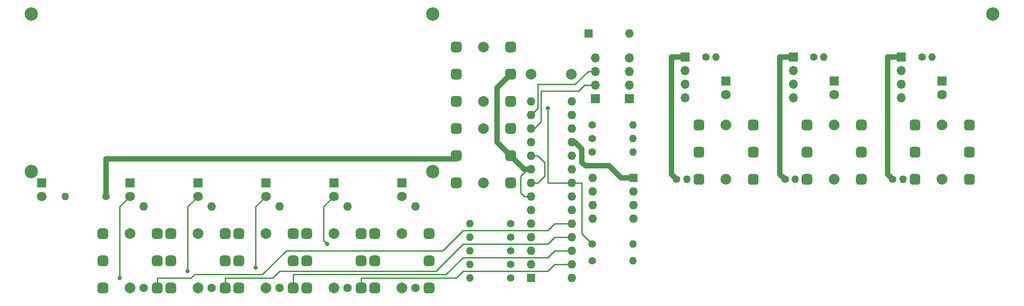
<source format=gbr>
%TF.GenerationSoftware,KiCad,Pcbnew,(5.1.9)-1*%
%TF.CreationDate,2021-06-09T10:26:03+02:00*%
%TF.ProjectId,Frontplatte,46726f6e-7470-46c6-9174-74652e6b6963,rev?*%
%TF.SameCoordinates,Original*%
%TF.FileFunction,Copper,L1,Top*%
%TF.FilePolarity,Positive*%
%FSLAX46Y46*%
G04 Gerber Fmt 4.6, Leading zero omitted, Abs format (unit mm)*
G04 Created by KiCad (PCBNEW (5.1.9)-1) date 2021-06-09 10:26:03*
%MOMM*%
%LPD*%
G01*
G04 APERTURE LIST*
%TA.AperFunction,ComponentPad*%
%ADD10O,1.600000X1.600000*%
%TD*%
%TA.AperFunction,ComponentPad*%
%ADD11C,1.600000*%
%TD*%
%TA.AperFunction,ComponentPad*%
%ADD12O,1.400000X1.400000*%
%TD*%
%TA.AperFunction,ComponentPad*%
%ADD13C,1.400000*%
%TD*%
%TA.AperFunction,ComponentPad*%
%ADD14R,1.700000X1.700000*%
%TD*%
%TA.AperFunction,ComponentPad*%
%ADD15O,1.700000X1.700000*%
%TD*%
%TA.AperFunction,ComponentPad*%
%ADD16R,1.600000X1.600000*%
%TD*%
%TA.AperFunction,ComponentPad*%
%ADD17C,2.000000*%
%TD*%
%TA.AperFunction,ComponentPad*%
%ADD18C,1.800000*%
%TD*%
%TA.AperFunction,ComponentPad*%
%ADD19R,1.800000X1.800000*%
%TD*%
%TA.AperFunction,ViaPad*%
%ADD20C,2.500000*%
%TD*%
%TA.AperFunction,ViaPad*%
%ADD21C,0.800000*%
%TD*%
%TA.AperFunction,Conductor*%
%ADD22C,0.250000*%
%TD*%
%TA.AperFunction,Conductor*%
%ADD23C,1.000000*%
%TD*%
G04 APERTURE END LIST*
D10*
%TO.P,R10,2*%
%TO.N,Net-(C1-Pad2)*%
X124460000Y-83820000D03*
D11*
%TO.P,R10,1*%
%TO.N,Net-(R10-Pad1)*%
X124460000Y-99060000D03*
%TD*%
D10*
%TO.P,R8,2*%
%TO.N,Net-(C1-Pad2)*%
X111760000Y-83820000D03*
D11*
%TO.P,R8,1*%
%TO.N,Net-(R8-Pad1)*%
X111760000Y-99060000D03*
%TD*%
D10*
%TO.P,R6,2*%
%TO.N,Net-(C1-Pad2)*%
X99060000Y-83820000D03*
D11*
%TO.P,R6,1*%
%TO.N,Net-(R6-Pad1)*%
X99060000Y-99060000D03*
%TD*%
D10*
%TO.P,R4,2*%
%TO.N,Net-(C1-Pad2)*%
X86360000Y-83820000D03*
D11*
%TO.P,R4,1*%
%TO.N,Net-(R4-Pad1)*%
X86360000Y-99060000D03*
%TD*%
D10*
%TO.P,R2,2*%
%TO.N,Net-(C1-Pad2)*%
X73660000Y-83820000D03*
D11*
%TO.P,R2,1*%
%TO.N,Net-(R2-Pad1)*%
X73660000Y-99060000D03*
%TD*%
D12*
%TO.P,R18,2*%
%TO.N,Net-(J5-Pad2)*%
X215537500Y-78740000D03*
D13*
%TO.P,R18,1*%
%TO.N,Net-(J5-Pad1)*%
X213637500Y-78740000D03*
%TD*%
%TO.P,R16,1*%
%TO.N,Net-(J4-Pad1)*%
X193524500Y-78740000D03*
D12*
%TO.P,R16,2*%
%TO.N,Net-(J4-Pad2)*%
X195424500Y-78740000D03*
%TD*%
%TO.P,R14,2*%
%TO.N,Net-(J3-Pad2)*%
X175151500Y-78740000D03*
D13*
%TO.P,R14,1*%
%TO.N,Net-(J3-Pad1)*%
X173251500Y-78740000D03*
%TD*%
D12*
%TO.P,R22,2*%
%TO.N,Net-(C1-Pad2)*%
X165100000Y-68580000D03*
D13*
%TO.P,R22,1*%
%TO.N,Net-(R22-Pad1)*%
X157480000Y-68580000D03*
%TD*%
D12*
%TO.P,R21,2*%
%TO.N,Net-(C1-Pad2)*%
X165100000Y-71120000D03*
D13*
%TO.P,R21,1*%
%TO.N,Net-(R21-Pad1)*%
X157480000Y-71120000D03*
%TD*%
D12*
%TO.P,R20,2*%
%TO.N,Net-(C1-Pad2)*%
X165100000Y-73660000D03*
D13*
%TO.P,R20,1*%
%TO.N,Net-(R20-Pad1)*%
X157480000Y-73660000D03*
%TD*%
D12*
%TO.P,R13,2*%
%TO.N,Net-(C1-Pad2)*%
X165100000Y-90805000D03*
D13*
%TO.P,R13,1*%
%TO.N,Net-(R13-Pad1)*%
X157480000Y-90805000D03*
%TD*%
D12*
%TO.P,R12,2*%
%TO.N,Net-(C1-Pad2)*%
X165100000Y-93980000D03*
D13*
%TO.P,R12,1*%
%TO.N,Net-(R12-Pad1)*%
X157480000Y-93980000D03*
%TD*%
D14*
%TO.P,J4,1*%
%TO.N,Net-(J4-Pad1)*%
X195072000Y-55880000D03*
D15*
%TO.P,J4,2*%
%TO.N,Net-(J4-Pad2)*%
X195072000Y-58420000D03*
%TO.P,J4,3*%
%TO.N,Net-(D8-Pad2)*%
X195072000Y-60960000D03*
%TO.P,J4,4*%
%TO.N,Net-(J4-Pad4)*%
X195072000Y-63500000D03*
%TD*%
D12*
%TO.P,R19,2*%
%TO.N,Net-(D9-Pad1)*%
X220980000Y-55880000D03*
D13*
%TO.P,R19,1*%
%TO.N,Net-(J5-Pad1)*%
X219080000Y-55880000D03*
%TD*%
%TO.P,R17,1*%
%TO.N,Net-(J4-Pad1)*%
X198887000Y-55880000D03*
D12*
%TO.P,R17,2*%
%TO.N,Net-(D8-Pad1)*%
X200787000Y-55880000D03*
%TD*%
%TO.P,R15,2*%
%TO.N,Net-(D7-Pad1)*%
X180594000Y-55880000D03*
D13*
%TO.P,R15,1*%
%TO.N,Net-(J3-Pad1)*%
X178694000Y-55880000D03*
%TD*%
D12*
%TO.P,R11,2*%
%TO.N,Net-(D6-Pad2)*%
X134620000Y-86995000D03*
D13*
%TO.P,R11,1*%
%TO.N,Net-(R11-Pad1)*%
X142240000Y-86995000D03*
%TD*%
D12*
%TO.P,R9,2*%
%TO.N,Net-(D5-Pad2)*%
X134620000Y-89535000D03*
D13*
%TO.P,R9,1*%
%TO.N,Net-(R9-Pad1)*%
X142240000Y-89535000D03*
%TD*%
D12*
%TO.P,R7,2*%
%TO.N,Net-(D4-Pad2)*%
X134620000Y-92075000D03*
D13*
%TO.P,R7,1*%
%TO.N,Net-(R7-Pad1)*%
X142240000Y-92075000D03*
%TD*%
D12*
%TO.P,R5,2*%
%TO.N,Net-(D3-Pad2)*%
X134620000Y-94615000D03*
D13*
%TO.P,R5,1*%
%TO.N,Net-(R5-Pad1)*%
X142240000Y-94615000D03*
%TD*%
D12*
%TO.P,R3,2*%
%TO.N,Net-(D2-Pad2)*%
X134620000Y-97155000D03*
D13*
%TO.P,R3,1*%
%TO.N,Net-(R3-Pad1)*%
X142240000Y-97155000D03*
%TD*%
D12*
%TO.P,R1,2*%
%TO.N,Net-(D1-Pad2)*%
X59055000Y-81915000D03*
D13*
%TO.P,R1,1*%
%TO.N,Net-(C1-Pad1)*%
X66675000Y-81915000D03*
%TD*%
D16*
%TO.P,D10,1*%
%TO.N,Net-(C1-Pad1)*%
X156845000Y-51435000D03*
D10*
%TO.P,D10,2*%
%TO.N,Net-(D10-Pad2)*%
X164465000Y-51435000D03*
%TD*%
%TO.P,S10,1a*%
%TO.N,N/C*%
%TA.AperFunction,ComponentPad*%
G36*
G01*
X216805000Y-69080000D02*
X216805000Y-68080000D01*
G75*
G02*
X217305000Y-67580000I500000J0D01*
G01*
X218305000Y-67580000D01*
G75*
G02*
X218805000Y-68080000I0J-500000D01*
G01*
X218805000Y-69080000D01*
G75*
G02*
X218305000Y-69580000I-500000J0D01*
G01*
X217305000Y-69580000D01*
G75*
G02*
X216805000Y-69080000I0J500000D01*
G01*
G37*
%TD.AperFunction*%
%TO.P,S10,2a*%
%TO.N,Net-(J5-Pad4)*%
%TA.AperFunction,ComponentPad*%
G36*
G01*
X216805000Y-74160000D02*
X216805000Y-73160000D01*
G75*
G02*
X217305000Y-72660000I500000J0D01*
G01*
X218305000Y-72660000D01*
G75*
G02*
X218805000Y-73160000I0J-500000D01*
G01*
X218805000Y-74160000D01*
G75*
G02*
X218305000Y-74660000I-500000J0D01*
G01*
X217305000Y-74660000D01*
G75*
G02*
X216805000Y-74160000I0J500000D01*
G01*
G37*
%TD.AperFunction*%
%TO.P,S10,3a*%
%TO.N,Net-(J5-Pad2)*%
%TA.AperFunction,ComponentPad*%
G36*
G01*
X216805000Y-79240000D02*
X216805000Y-78240000D01*
G75*
G02*
X217305000Y-77740000I500000J0D01*
G01*
X218305000Y-77740000D01*
G75*
G02*
X218805000Y-78240000I0J-500000D01*
G01*
X218805000Y-79240000D01*
G75*
G02*
X218305000Y-79740000I-500000J0D01*
G01*
X217305000Y-79740000D01*
G75*
G02*
X216805000Y-79240000I0J500000D01*
G01*
G37*
%TD.AperFunction*%
%TO.P,S10,1b*%
%TO.N,N/C*%
%TA.AperFunction,ComponentPad*%
G36*
G01*
X226965000Y-69080000D02*
X226965000Y-68080000D01*
G75*
G02*
X227465000Y-67580000I500000J0D01*
G01*
X228465000Y-67580000D01*
G75*
G02*
X228965000Y-68080000I0J-500000D01*
G01*
X228965000Y-69080000D01*
G75*
G02*
X228465000Y-69580000I-500000J0D01*
G01*
X227465000Y-69580000D01*
G75*
G02*
X226965000Y-69080000I0J500000D01*
G01*
G37*
%TD.AperFunction*%
%TO.P,S10,2b*%
%TO.N,Net-(J5-Pad4)*%
%TA.AperFunction,ComponentPad*%
G36*
G01*
X226965000Y-74160000D02*
X226965000Y-73160000D01*
G75*
G02*
X227465000Y-72660000I500000J0D01*
G01*
X228465000Y-72660000D01*
G75*
G02*
X228965000Y-73160000I0J-500000D01*
G01*
X228965000Y-74160000D01*
G75*
G02*
X228465000Y-74660000I-500000J0D01*
G01*
X227465000Y-74660000D01*
G75*
G02*
X226965000Y-74160000I0J500000D01*
G01*
G37*
%TD.AperFunction*%
%TO.P,S10,3b*%
%TO.N,Net-(J5-Pad2)*%
%TA.AperFunction,ComponentPad*%
G36*
G01*
X226965000Y-79240000D02*
X226965000Y-78240000D01*
G75*
G02*
X227465000Y-77740000I500000J0D01*
G01*
X228465000Y-77740000D01*
G75*
G02*
X228965000Y-78240000I0J-500000D01*
G01*
X228965000Y-79240000D01*
G75*
G02*
X228465000Y-79740000I-500000J0D01*
G01*
X227465000Y-79740000D01*
G75*
G02*
X226965000Y-79240000I0J500000D01*
G01*
G37*
%TD.AperFunction*%
D17*
%TO.P,S10,x*%
%TO.N,N/C*%
X222885000Y-68580000D03*
%TO.P,S10,y*%
X222885000Y-78740000D03*
%TD*%
D16*
%TO.P,SW1,1*%
%TO.N,Net-(C1-Pad1)*%
X165227000Y-78486000D03*
D10*
%TO.P,SW1,5*%
%TO.N,N/C*%
X157607000Y-86106000D03*
%TO.P,SW1,2*%
%TO.N,Net-(C1-Pad1)*%
X165227000Y-81026000D03*
%TO.P,SW1,6*%
%TO.N,Net-(R22-Pad1)*%
X157607000Y-83566000D03*
%TO.P,SW1,3*%
%TO.N,Net-(C1-Pad1)*%
X165227000Y-83566000D03*
%TO.P,SW1,7*%
%TO.N,Net-(R21-Pad1)*%
X157607000Y-81026000D03*
%TO.P,SW1,4*%
%TO.N,N/C*%
X165227000Y-86106000D03*
%TO.P,SW1,8*%
%TO.N,Net-(R20-Pad1)*%
X157607000Y-78486000D03*
%TD*%
D17*
%TO.P,C1,1*%
%TO.N,Net-(C1-Pad1)*%
X153550000Y-59055000D03*
%TO.P,C1,2*%
%TO.N,Net-(C1-Pad2)*%
X146050000Y-59055000D03*
%TD*%
%TO.P,S9,y*%
%TO.N,N/C*%
X202692000Y-78740000D03*
%TO.P,S9,x*%
X202692000Y-68580000D03*
%TO.P,S9,3b*%
%TO.N,Net-(J4-Pad2)*%
%TA.AperFunction,ComponentPad*%
G36*
G01*
X206772000Y-79240000D02*
X206772000Y-78240000D01*
G75*
G02*
X207272000Y-77740000I500000J0D01*
G01*
X208272000Y-77740000D01*
G75*
G02*
X208772000Y-78240000I0J-500000D01*
G01*
X208772000Y-79240000D01*
G75*
G02*
X208272000Y-79740000I-500000J0D01*
G01*
X207272000Y-79740000D01*
G75*
G02*
X206772000Y-79240000I0J500000D01*
G01*
G37*
%TD.AperFunction*%
%TO.P,S9,2b*%
%TO.N,Net-(J4-Pad4)*%
%TA.AperFunction,ComponentPad*%
G36*
G01*
X206772000Y-74160000D02*
X206772000Y-73160000D01*
G75*
G02*
X207272000Y-72660000I500000J0D01*
G01*
X208272000Y-72660000D01*
G75*
G02*
X208772000Y-73160000I0J-500000D01*
G01*
X208772000Y-74160000D01*
G75*
G02*
X208272000Y-74660000I-500000J0D01*
G01*
X207272000Y-74660000D01*
G75*
G02*
X206772000Y-74160000I0J500000D01*
G01*
G37*
%TD.AperFunction*%
%TO.P,S9,1b*%
%TO.N,N/C*%
%TA.AperFunction,ComponentPad*%
G36*
G01*
X206772000Y-69080000D02*
X206772000Y-68080000D01*
G75*
G02*
X207272000Y-67580000I500000J0D01*
G01*
X208272000Y-67580000D01*
G75*
G02*
X208772000Y-68080000I0J-500000D01*
G01*
X208772000Y-69080000D01*
G75*
G02*
X208272000Y-69580000I-500000J0D01*
G01*
X207272000Y-69580000D01*
G75*
G02*
X206772000Y-69080000I0J500000D01*
G01*
G37*
%TD.AperFunction*%
%TO.P,S9,3a*%
%TO.N,Net-(J4-Pad2)*%
%TA.AperFunction,ComponentPad*%
G36*
G01*
X196612000Y-79240000D02*
X196612000Y-78240000D01*
G75*
G02*
X197112000Y-77740000I500000J0D01*
G01*
X198112000Y-77740000D01*
G75*
G02*
X198612000Y-78240000I0J-500000D01*
G01*
X198612000Y-79240000D01*
G75*
G02*
X198112000Y-79740000I-500000J0D01*
G01*
X197112000Y-79740000D01*
G75*
G02*
X196612000Y-79240000I0J500000D01*
G01*
G37*
%TD.AperFunction*%
%TO.P,S9,2a*%
%TO.N,Net-(J4-Pad4)*%
%TA.AperFunction,ComponentPad*%
G36*
G01*
X196612000Y-74160000D02*
X196612000Y-73160000D01*
G75*
G02*
X197112000Y-72660000I500000J0D01*
G01*
X198112000Y-72660000D01*
G75*
G02*
X198612000Y-73160000I0J-500000D01*
G01*
X198612000Y-74160000D01*
G75*
G02*
X198112000Y-74660000I-500000J0D01*
G01*
X197112000Y-74660000D01*
G75*
G02*
X196612000Y-74160000I0J500000D01*
G01*
G37*
%TD.AperFunction*%
%TO.P,S9,1a*%
%TO.N,N/C*%
%TA.AperFunction,ComponentPad*%
G36*
G01*
X196612000Y-69080000D02*
X196612000Y-68080000D01*
G75*
G02*
X197112000Y-67580000I500000J0D01*
G01*
X198112000Y-67580000D01*
G75*
G02*
X198612000Y-68080000I0J-500000D01*
G01*
X198612000Y-69080000D01*
G75*
G02*
X198112000Y-69580000I-500000J0D01*
G01*
X197112000Y-69580000D01*
G75*
G02*
X196612000Y-69080000I0J500000D01*
G01*
G37*
%TD.AperFunction*%
%TD*%
%TO.P,S8,1a*%
%TO.N,N/C*%
%TA.AperFunction,ComponentPad*%
G36*
G01*
X176419000Y-69080000D02*
X176419000Y-68080000D01*
G75*
G02*
X176919000Y-67580000I500000J0D01*
G01*
X177919000Y-67580000D01*
G75*
G02*
X178419000Y-68080000I0J-500000D01*
G01*
X178419000Y-69080000D01*
G75*
G02*
X177919000Y-69580000I-500000J0D01*
G01*
X176919000Y-69580000D01*
G75*
G02*
X176419000Y-69080000I0J500000D01*
G01*
G37*
%TD.AperFunction*%
%TO.P,S8,2a*%
%TO.N,Net-(J3-Pad4)*%
%TA.AperFunction,ComponentPad*%
G36*
G01*
X176419000Y-74160000D02*
X176419000Y-73160000D01*
G75*
G02*
X176919000Y-72660000I500000J0D01*
G01*
X177919000Y-72660000D01*
G75*
G02*
X178419000Y-73160000I0J-500000D01*
G01*
X178419000Y-74160000D01*
G75*
G02*
X177919000Y-74660000I-500000J0D01*
G01*
X176919000Y-74660000D01*
G75*
G02*
X176419000Y-74160000I0J500000D01*
G01*
G37*
%TD.AperFunction*%
%TO.P,S8,3a*%
%TO.N,Net-(J3-Pad2)*%
%TA.AperFunction,ComponentPad*%
G36*
G01*
X176419000Y-79240000D02*
X176419000Y-78240000D01*
G75*
G02*
X176919000Y-77740000I500000J0D01*
G01*
X177919000Y-77740000D01*
G75*
G02*
X178419000Y-78240000I0J-500000D01*
G01*
X178419000Y-79240000D01*
G75*
G02*
X177919000Y-79740000I-500000J0D01*
G01*
X176919000Y-79740000D01*
G75*
G02*
X176419000Y-79240000I0J500000D01*
G01*
G37*
%TD.AperFunction*%
%TO.P,S8,1b*%
%TO.N,N/C*%
%TA.AperFunction,ComponentPad*%
G36*
G01*
X186579000Y-69080000D02*
X186579000Y-68080000D01*
G75*
G02*
X187079000Y-67580000I500000J0D01*
G01*
X188079000Y-67580000D01*
G75*
G02*
X188579000Y-68080000I0J-500000D01*
G01*
X188579000Y-69080000D01*
G75*
G02*
X188079000Y-69580000I-500000J0D01*
G01*
X187079000Y-69580000D01*
G75*
G02*
X186579000Y-69080000I0J500000D01*
G01*
G37*
%TD.AperFunction*%
%TO.P,S8,2b*%
%TO.N,Net-(J3-Pad4)*%
%TA.AperFunction,ComponentPad*%
G36*
G01*
X186579000Y-74160000D02*
X186579000Y-73160000D01*
G75*
G02*
X187079000Y-72660000I500000J0D01*
G01*
X188079000Y-72660000D01*
G75*
G02*
X188579000Y-73160000I0J-500000D01*
G01*
X188579000Y-74160000D01*
G75*
G02*
X188079000Y-74660000I-500000J0D01*
G01*
X187079000Y-74660000D01*
G75*
G02*
X186579000Y-74160000I0J500000D01*
G01*
G37*
%TD.AperFunction*%
%TO.P,S8,3b*%
%TO.N,Net-(J3-Pad2)*%
%TA.AperFunction,ComponentPad*%
G36*
G01*
X186579000Y-79240000D02*
X186579000Y-78240000D01*
G75*
G02*
X187079000Y-77740000I500000J0D01*
G01*
X188079000Y-77740000D01*
G75*
G02*
X188579000Y-78240000I0J-500000D01*
G01*
X188579000Y-79240000D01*
G75*
G02*
X188079000Y-79740000I-500000J0D01*
G01*
X187079000Y-79740000D01*
G75*
G02*
X186579000Y-79240000I0J500000D01*
G01*
G37*
%TD.AperFunction*%
%TO.P,S8,x*%
%TO.N,N/C*%
X182499000Y-68580000D03*
%TO.P,S8,y*%
X182499000Y-78740000D03*
%TD*%
D15*
%TO.P,J5,4*%
%TO.N,Net-(J5-Pad4)*%
X215265000Y-63500000D03*
%TO.P,J5,3*%
%TO.N,Net-(D9-Pad2)*%
X215265000Y-60960000D03*
%TO.P,J5,2*%
%TO.N,Net-(J5-Pad2)*%
X215265000Y-58420000D03*
D14*
%TO.P,J5,1*%
%TO.N,Net-(J5-Pad1)*%
X215265000Y-55880000D03*
%TD*%
D15*
%TO.P,J3,4*%
%TO.N,Net-(J3-Pad4)*%
X174879000Y-63500000D03*
%TO.P,J3,3*%
%TO.N,Net-(D7-Pad2)*%
X174879000Y-60960000D03*
%TO.P,J3,2*%
%TO.N,Net-(J3-Pad2)*%
X174879000Y-58420000D03*
D14*
%TO.P,J3,1*%
%TO.N,Net-(J3-Pad1)*%
X174879000Y-55880000D03*
%TD*%
D18*
%TO.P,D9,2*%
%TO.N,Net-(D9-Pad2)*%
X222885000Y-62865000D03*
D19*
%TO.P,D9,1*%
%TO.N,Net-(D9-Pad1)*%
X222885000Y-60325000D03*
%TD*%
%TO.P,D8,1*%
%TO.N,Net-(D8-Pad1)*%
X202692000Y-60325000D03*
D18*
%TO.P,D8,2*%
%TO.N,Net-(D8-Pad2)*%
X202692000Y-62865000D03*
%TD*%
%TO.P,D7,2*%
%TO.N,Net-(D7-Pad2)*%
X182499000Y-62865000D03*
D19*
%TO.P,D7,1*%
%TO.N,Net-(D7-Pad1)*%
X182499000Y-60325000D03*
%TD*%
D14*
%TO.P,J2,1*%
%TO.N,Net-(C1-Pad2)*%
X164465000Y-63627000D03*
D15*
%TO.P,J2,2*%
%TO.N,Net-(J1-Pad2)*%
X164465000Y-61087000D03*
%TO.P,J2,3*%
%TO.N,Net-(J1-Pad3)*%
X164465000Y-58547000D03*
%TO.P,J2,4*%
%TO.N,Net-(D10-Pad2)*%
X164465000Y-56007000D03*
%TD*%
D14*
%TO.P,J1,1*%
%TO.N,Net-(C1-Pad2)*%
X158115000Y-63627000D03*
D15*
%TO.P,J1,2*%
%TO.N,Net-(J1-Pad2)*%
X158115000Y-61087000D03*
%TO.P,J1,3*%
%TO.N,Net-(J1-Pad3)*%
X158115000Y-58547000D03*
%TO.P,J1,4*%
%TO.N,Net-(C1-Pad1)*%
X158115000Y-56007000D03*
%TD*%
D19*
%TO.P,D6,1*%
%TO.N,Net-(C1-Pad2)*%
X121920000Y-79375000D03*
D18*
%TO.P,D6,2*%
%TO.N,Net-(D6-Pad2)*%
X121920000Y-81915000D03*
%TD*%
D19*
%TO.P,D5,1*%
%TO.N,Net-(C1-Pad2)*%
X109220000Y-79375000D03*
D18*
%TO.P,D5,2*%
%TO.N,Net-(D5-Pad2)*%
X109220000Y-81915000D03*
%TD*%
D19*
%TO.P,D4,1*%
%TO.N,Net-(C1-Pad2)*%
X96520000Y-79375000D03*
D18*
%TO.P,D4,2*%
%TO.N,Net-(D4-Pad2)*%
X96520000Y-81915000D03*
%TD*%
D19*
%TO.P,D3,1*%
%TO.N,Net-(C1-Pad2)*%
X83820000Y-79375000D03*
D18*
%TO.P,D3,2*%
%TO.N,Net-(D3-Pad2)*%
X83820000Y-81915000D03*
%TD*%
D19*
%TO.P,D2,1*%
%TO.N,Net-(C1-Pad2)*%
X71120000Y-79375000D03*
D18*
%TO.P,D2,2*%
%TO.N,Net-(D2-Pad2)*%
X71120000Y-81915000D03*
%TD*%
D19*
%TO.P,D1,1*%
%TO.N,Net-(C1-Pad2)*%
X54610000Y-79375000D03*
D18*
%TO.P,D1,2*%
%TO.N,Net-(D1-Pad2)*%
X54610000Y-81915000D03*
%TD*%
D16*
%TO.P,U1,1*%
%TO.N,Net-(R3-Pad1)*%
X146050000Y-97155000D03*
D10*
%TO.P,U1,15*%
%TO.N,Net-(R22-Pad1)*%
X153670000Y-64135000D03*
%TO.P,U1,2*%
%TO.N,Net-(R5-Pad1)*%
X146050000Y-94615000D03*
%TO.P,U1,16*%
%TO.N,Net-(R21-Pad1)*%
X153670000Y-66675000D03*
%TO.P,U1,3*%
%TO.N,Net-(R7-Pad1)*%
X146050000Y-92075000D03*
%TO.P,U1,17*%
%TO.N,Net-(R20-Pad1)*%
X153670000Y-69215000D03*
%TO.P,U1,4*%
%TO.N,Net-(R9-Pad1)*%
X146050000Y-89535000D03*
%TO.P,U1,18*%
%TO.N,Net-(C1-Pad1)*%
X153670000Y-71755000D03*
%TO.P,U1,5*%
%TO.N,Net-(R11-Pad1)*%
X146050000Y-86995000D03*
%TO.P,U1,19*%
%TO.N,N/C*%
X153670000Y-74295000D03*
%TO.P,U1,6*%
X146050000Y-84455000D03*
%TO.P,U1,20*%
X153670000Y-76835000D03*
%TO.P,U1,7*%
%TO.N,Net-(C1-Pad1)*%
X146050000Y-81915000D03*
%TO.P,U1,21*%
%TO.N,Net-(R13-Pad1)*%
X153670000Y-79375000D03*
%TO.P,U1,8*%
%TO.N,Net-(C1-Pad2)*%
X146050000Y-79375000D03*
%TO.P,U1,22*%
%TO.N,Net-(R12-Pad1)*%
X153670000Y-81915000D03*
%TO.P,U1,9*%
%TO.N,Net-(C1-Pad1)*%
X146050000Y-76835000D03*
%TO.P,U1,23*%
%TO.N,N/C*%
X153670000Y-84455000D03*
%TO.P,U1,10*%
%TO.N,Net-(C1-Pad2)*%
X146050000Y-74295000D03*
%TO.P,U1,24*%
%TO.N,Net-(R2-Pad1)*%
X153670000Y-86995000D03*
%TO.P,U1,11*%
%TO.N,N/C*%
X146050000Y-71755000D03*
%TO.P,U1,25*%
%TO.N,Net-(R4-Pad1)*%
X153670000Y-89535000D03*
%TO.P,U1,12*%
%TO.N,Net-(J1-Pad2)*%
X146050000Y-69215000D03*
%TO.P,U1,26*%
%TO.N,Net-(R6-Pad1)*%
X153670000Y-92075000D03*
%TO.P,U1,13*%
%TO.N,Net-(J1-Pad3)*%
X146050000Y-66675000D03*
%TO.P,U1,27*%
%TO.N,Net-(R8-Pad1)*%
X153670000Y-94615000D03*
%TO.P,U1,14*%
%TO.N,N/C*%
X146050000Y-64135000D03*
%TO.P,U1,28*%
%TO.N,Net-(R10-Pad1)*%
X153670000Y-97155000D03*
%TD*%
%TO.P,S7,1a*%
%TO.N,N/C*%
%TA.AperFunction,ComponentPad*%
G36*
G01*
X131080000Y-54475000D02*
X131080000Y-53475000D01*
G75*
G02*
X131580000Y-52975000I500000J0D01*
G01*
X132580000Y-52975000D01*
G75*
G02*
X133080000Y-53475000I0J-500000D01*
G01*
X133080000Y-54475000D01*
G75*
G02*
X132580000Y-54975000I-500000J0D01*
G01*
X131580000Y-54975000D01*
G75*
G02*
X131080000Y-54475000I0J500000D01*
G01*
G37*
%TD.AperFunction*%
%TO.P,S7,2a*%
%TO.N,Net-(C1-Pad1)*%
%TA.AperFunction,ComponentPad*%
G36*
G01*
X131080000Y-59555000D02*
X131080000Y-58555000D01*
G75*
G02*
X131580000Y-58055000I500000J0D01*
G01*
X132580000Y-58055000D01*
G75*
G02*
X133080000Y-58555000I0J-500000D01*
G01*
X133080000Y-59555000D01*
G75*
G02*
X132580000Y-60055000I-500000J0D01*
G01*
X131580000Y-60055000D01*
G75*
G02*
X131080000Y-59555000I0J500000D01*
G01*
G37*
%TD.AperFunction*%
%TO.P,S7,3a*%
%TO.N,Net-(R13-Pad1)*%
%TA.AperFunction,ComponentPad*%
G36*
G01*
X131080000Y-64635000D02*
X131080000Y-63635000D01*
G75*
G02*
X131580000Y-63135000I500000J0D01*
G01*
X132580000Y-63135000D01*
G75*
G02*
X133080000Y-63635000I0J-500000D01*
G01*
X133080000Y-64635000D01*
G75*
G02*
X132580000Y-65135000I-500000J0D01*
G01*
X131580000Y-65135000D01*
G75*
G02*
X131080000Y-64635000I0J500000D01*
G01*
G37*
%TD.AperFunction*%
%TO.P,S7,1b*%
%TO.N,N/C*%
%TA.AperFunction,ComponentPad*%
G36*
G01*
X141240000Y-54475000D02*
X141240000Y-53475000D01*
G75*
G02*
X141740000Y-52975000I500000J0D01*
G01*
X142740000Y-52975000D01*
G75*
G02*
X143240000Y-53475000I0J-500000D01*
G01*
X143240000Y-54475000D01*
G75*
G02*
X142740000Y-54975000I-500000J0D01*
G01*
X141740000Y-54975000D01*
G75*
G02*
X141240000Y-54475000I0J500000D01*
G01*
G37*
%TD.AperFunction*%
%TO.P,S7,2b*%
%TO.N,Net-(C1-Pad1)*%
%TA.AperFunction,ComponentPad*%
G36*
G01*
X141240000Y-59555000D02*
X141240000Y-58555000D01*
G75*
G02*
X141740000Y-58055000I500000J0D01*
G01*
X142740000Y-58055000D01*
G75*
G02*
X143240000Y-58555000I0J-500000D01*
G01*
X143240000Y-59555000D01*
G75*
G02*
X142740000Y-60055000I-500000J0D01*
G01*
X141740000Y-60055000D01*
G75*
G02*
X141240000Y-59555000I0J500000D01*
G01*
G37*
%TD.AperFunction*%
%TO.P,S7,3b*%
%TO.N,Net-(R13-Pad1)*%
%TA.AperFunction,ComponentPad*%
G36*
G01*
X141240000Y-64635000D02*
X141240000Y-63635000D01*
G75*
G02*
X141740000Y-63135000I500000J0D01*
G01*
X142740000Y-63135000D01*
G75*
G02*
X143240000Y-63635000I0J-500000D01*
G01*
X143240000Y-64635000D01*
G75*
G02*
X142740000Y-65135000I-500000J0D01*
G01*
X141740000Y-65135000D01*
G75*
G02*
X141240000Y-64635000I0J500000D01*
G01*
G37*
%TD.AperFunction*%
D17*
%TO.P,S7,x*%
%TO.N,N/C*%
X137160000Y-53975000D03*
%TO.P,S7,y*%
X137160000Y-64135000D03*
%TD*%
%TO.P,S6,1a*%
%TO.N,N/C*%
%TA.AperFunction,ComponentPad*%
G36*
G01*
X131080000Y-69715000D02*
X131080000Y-68715000D01*
G75*
G02*
X131580000Y-68215000I500000J0D01*
G01*
X132580000Y-68215000D01*
G75*
G02*
X133080000Y-68715000I0J-500000D01*
G01*
X133080000Y-69715000D01*
G75*
G02*
X132580000Y-70215000I-500000J0D01*
G01*
X131580000Y-70215000D01*
G75*
G02*
X131080000Y-69715000I0J500000D01*
G01*
G37*
%TD.AperFunction*%
%TO.P,S6,2a*%
%TO.N,Net-(C1-Pad1)*%
%TA.AperFunction,ComponentPad*%
G36*
G01*
X131080000Y-74795000D02*
X131080000Y-73795000D01*
G75*
G02*
X131580000Y-73295000I500000J0D01*
G01*
X132580000Y-73295000D01*
G75*
G02*
X133080000Y-73795000I0J-500000D01*
G01*
X133080000Y-74795000D01*
G75*
G02*
X132580000Y-75295000I-500000J0D01*
G01*
X131580000Y-75295000D01*
G75*
G02*
X131080000Y-74795000I0J500000D01*
G01*
G37*
%TD.AperFunction*%
%TO.P,S6,3a*%
%TO.N,Net-(R12-Pad1)*%
%TA.AperFunction,ComponentPad*%
G36*
G01*
X131080000Y-79875000D02*
X131080000Y-78875000D01*
G75*
G02*
X131580000Y-78375000I500000J0D01*
G01*
X132580000Y-78375000D01*
G75*
G02*
X133080000Y-78875000I0J-500000D01*
G01*
X133080000Y-79875000D01*
G75*
G02*
X132580000Y-80375000I-500000J0D01*
G01*
X131580000Y-80375000D01*
G75*
G02*
X131080000Y-79875000I0J500000D01*
G01*
G37*
%TD.AperFunction*%
%TO.P,S6,1b*%
%TO.N,N/C*%
%TA.AperFunction,ComponentPad*%
G36*
G01*
X141240000Y-69715000D02*
X141240000Y-68715000D01*
G75*
G02*
X141740000Y-68215000I500000J0D01*
G01*
X142740000Y-68215000D01*
G75*
G02*
X143240000Y-68715000I0J-500000D01*
G01*
X143240000Y-69715000D01*
G75*
G02*
X142740000Y-70215000I-500000J0D01*
G01*
X141740000Y-70215000D01*
G75*
G02*
X141240000Y-69715000I0J500000D01*
G01*
G37*
%TD.AperFunction*%
%TO.P,S6,2b*%
%TO.N,Net-(C1-Pad1)*%
%TA.AperFunction,ComponentPad*%
G36*
G01*
X141240000Y-74795000D02*
X141240000Y-73795000D01*
G75*
G02*
X141740000Y-73295000I500000J0D01*
G01*
X142740000Y-73295000D01*
G75*
G02*
X143240000Y-73795000I0J-500000D01*
G01*
X143240000Y-74795000D01*
G75*
G02*
X142740000Y-75295000I-500000J0D01*
G01*
X141740000Y-75295000D01*
G75*
G02*
X141240000Y-74795000I0J500000D01*
G01*
G37*
%TD.AperFunction*%
%TO.P,S6,3b*%
%TO.N,Net-(R12-Pad1)*%
%TA.AperFunction,ComponentPad*%
G36*
G01*
X141240000Y-79875000D02*
X141240000Y-78875000D01*
G75*
G02*
X141740000Y-78375000I500000J0D01*
G01*
X142740000Y-78375000D01*
G75*
G02*
X143240000Y-78875000I0J-500000D01*
G01*
X143240000Y-79875000D01*
G75*
G02*
X142740000Y-80375000I-500000J0D01*
G01*
X141740000Y-80375000D01*
G75*
G02*
X141240000Y-79875000I0J500000D01*
G01*
G37*
%TD.AperFunction*%
%TO.P,S6,x*%
%TO.N,N/C*%
X137160000Y-69215000D03*
%TO.P,S6,y*%
X137160000Y-79375000D03*
%TD*%
%TO.P,S5,1a*%
%TO.N,N/C*%
%TA.AperFunction,ComponentPad*%
G36*
G01*
X115840000Y-89400000D02*
X115840000Y-88400000D01*
G75*
G02*
X116340000Y-87900000I500000J0D01*
G01*
X117340000Y-87900000D01*
G75*
G02*
X117840000Y-88400000I0J-500000D01*
G01*
X117840000Y-89400000D01*
G75*
G02*
X117340000Y-89900000I-500000J0D01*
G01*
X116340000Y-89900000D01*
G75*
G02*
X115840000Y-89400000I0J500000D01*
G01*
G37*
%TD.AperFunction*%
%TO.P,S5,2a*%
%TO.N,Net-(C1-Pad1)*%
%TA.AperFunction,ComponentPad*%
G36*
G01*
X115840000Y-94480000D02*
X115840000Y-93480000D01*
G75*
G02*
X116340000Y-92980000I500000J0D01*
G01*
X117340000Y-92980000D01*
G75*
G02*
X117840000Y-93480000I0J-500000D01*
G01*
X117840000Y-94480000D01*
G75*
G02*
X117340000Y-94980000I-500000J0D01*
G01*
X116340000Y-94980000D01*
G75*
G02*
X115840000Y-94480000I0J500000D01*
G01*
G37*
%TD.AperFunction*%
%TO.P,S5,3a*%
%TO.N,Net-(R10-Pad1)*%
%TA.AperFunction,ComponentPad*%
G36*
G01*
X115840000Y-99560000D02*
X115840000Y-98560000D01*
G75*
G02*
X116340000Y-98060000I500000J0D01*
G01*
X117340000Y-98060000D01*
G75*
G02*
X117840000Y-98560000I0J-500000D01*
G01*
X117840000Y-99560000D01*
G75*
G02*
X117340000Y-100060000I-500000J0D01*
G01*
X116340000Y-100060000D01*
G75*
G02*
X115840000Y-99560000I0J500000D01*
G01*
G37*
%TD.AperFunction*%
%TO.P,S5,1b*%
%TO.N,N/C*%
%TA.AperFunction,ComponentPad*%
G36*
G01*
X126000000Y-89400000D02*
X126000000Y-88400000D01*
G75*
G02*
X126500000Y-87900000I500000J0D01*
G01*
X127500000Y-87900000D01*
G75*
G02*
X128000000Y-88400000I0J-500000D01*
G01*
X128000000Y-89400000D01*
G75*
G02*
X127500000Y-89900000I-500000J0D01*
G01*
X126500000Y-89900000D01*
G75*
G02*
X126000000Y-89400000I0J500000D01*
G01*
G37*
%TD.AperFunction*%
%TO.P,S5,2b*%
%TO.N,Net-(C1-Pad1)*%
%TA.AperFunction,ComponentPad*%
G36*
G01*
X126000000Y-94480000D02*
X126000000Y-93480000D01*
G75*
G02*
X126500000Y-92980000I500000J0D01*
G01*
X127500000Y-92980000D01*
G75*
G02*
X128000000Y-93480000I0J-500000D01*
G01*
X128000000Y-94480000D01*
G75*
G02*
X127500000Y-94980000I-500000J0D01*
G01*
X126500000Y-94980000D01*
G75*
G02*
X126000000Y-94480000I0J500000D01*
G01*
G37*
%TD.AperFunction*%
%TO.P,S5,3b*%
%TO.N,Net-(R10-Pad1)*%
%TA.AperFunction,ComponentPad*%
G36*
G01*
X126000000Y-99560000D02*
X126000000Y-98560000D01*
G75*
G02*
X126500000Y-98060000I500000J0D01*
G01*
X127500000Y-98060000D01*
G75*
G02*
X128000000Y-98560000I0J-500000D01*
G01*
X128000000Y-99560000D01*
G75*
G02*
X127500000Y-100060000I-500000J0D01*
G01*
X126500000Y-100060000D01*
G75*
G02*
X126000000Y-99560000I0J500000D01*
G01*
G37*
%TD.AperFunction*%
%TO.P,S5,x*%
%TO.N,N/C*%
X121920000Y-88900000D03*
%TO.P,S5,y*%
X121920000Y-99060000D03*
%TD*%
%TO.P,S4,1a*%
%TO.N,N/C*%
%TA.AperFunction,ComponentPad*%
G36*
G01*
X103140000Y-89400000D02*
X103140000Y-88400000D01*
G75*
G02*
X103640000Y-87900000I500000J0D01*
G01*
X104640000Y-87900000D01*
G75*
G02*
X105140000Y-88400000I0J-500000D01*
G01*
X105140000Y-89400000D01*
G75*
G02*
X104640000Y-89900000I-500000J0D01*
G01*
X103640000Y-89900000D01*
G75*
G02*
X103140000Y-89400000I0J500000D01*
G01*
G37*
%TD.AperFunction*%
%TO.P,S4,2a*%
%TO.N,Net-(C1-Pad1)*%
%TA.AperFunction,ComponentPad*%
G36*
G01*
X103140000Y-94480000D02*
X103140000Y-93480000D01*
G75*
G02*
X103640000Y-92980000I500000J0D01*
G01*
X104640000Y-92980000D01*
G75*
G02*
X105140000Y-93480000I0J-500000D01*
G01*
X105140000Y-94480000D01*
G75*
G02*
X104640000Y-94980000I-500000J0D01*
G01*
X103640000Y-94980000D01*
G75*
G02*
X103140000Y-94480000I0J500000D01*
G01*
G37*
%TD.AperFunction*%
%TO.P,S4,3a*%
%TO.N,Net-(R8-Pad1)*%
%TA.AperFunction,ComponentPad*%
G36*
G01*
X103140000Y-99560000D02*
X103140000Y-98560000D01*
G75*
G02*
X103640000Y-98060000I500000J0D01*
G01*
X104640000Y-98060000D01*
G75*
G02*
X105140000Y-98560000I0J-500000D01*
G01*
X105140000Y-99560000D01*
G75*
G02*
X104640000Y-100060000I-500000J0D01*
G01*
X103640000Y-100060000D01*
G75*
G02*
X103140000Y-99560000I0J500000D01*
G01*
G37*
%TD.AperFunction*%
%TO.P,S4,1b*%
%TO.N,N/C*%
%TA.AperFunction,ComponentPad*%
G36*
G01*
X113300000Y-89400000D02*
X113300000Y-88400000D01*
G75*
G02*
X113800000Y-87900000I500000J0D01*
G01*
X114800000Y-87900000D01*
G75*
G02*
X115300000Y-88400000I0J-500000D01*
G01*
X115300000Y-89400000D01*
G75*
G02*
X114800000Y-89900000I-500000J0D01*
G01*
X113800000Y-89900000D01*
G75*
G02*
X113300000Y-89400000I0J500000D01*
G01*
G37*
%TD.AperFunction*%
%TO.P,S4,2b*%
%TO.N,Net-(C1-Pad1)*%
%TA.AperFunction,ComponentPad*%
G36*
G01*
X113300000Y-94480000D02*
X113300000Y-93480000D01*
G75*
G02*
X113800000Y-92980000I500000J0D01*
G01*
X114800000Y-92980000D01*
G75*
G02*
X115300000Y-93480000I0J-500000D01*
G01*
X115300000Y-94480000D01*
G75*
G02*
X114800000Y-94980000I-500000J0D01*
G01*
X113800000Y-94980000D01*
G75*
G02*
X113300000Y-94480000I0J500000D01*
G01*
G37*
%TD.AperFunction*%
%TO.P,S4,3b*%
%TO.N,Net-(R8-Pad1)*%
%TA.AperFunction,ComponentPad*%
G36*
G01*
X113300000Y-99560000D02*
X113300000Y-98560000D01*
G75*
G02*
X113800000Y-98060000I500000J0D01*
G01*
X114800000Y-98060000D01*
G75*
G02*
X115300000Y-98560000I0J-500000D01*
G01*
X115300000Y-99560000D01*
G75*
G02*
X114800000Y-100060000I-500000J0D01*
G01*
X113800000Y-100060000D01*
G75*
G02*
X113300000Y-99560000I0J500000D01*
G01*
G37*
%TD.AperFunction*%
%TO.P,S4,x*%
%TO.N,N/C*%
X109220000Y-88900000D03*
%TO.P,S4,y*%
X109220000Y-99060000D03*
%TD*%
%TO.P,S3,1a*%
%TO.N,N/C*%
%TA.AperFunction,ComponentPad*%
G36*
G01*
X90440000Y-89400000D02*
X90440000Y-88400000D01*
G75*
G02*
X90940000Y-87900000I500000J0D01*
G01*
X91940000Y-87900000D01*
G75*
G02*
X92440000Y-88400000I0J-500000D01*
G01*
X92440000Y-89400000D01*
G75*
G02*
X91940000Y-89900000I-500000J0D01*
G01*
X90940000Y-89900000D01*
G75*
G02*
X90440000Y-89400000I0J500000D01*
G01*
G37*
%TD.AperFunction*%
%TO.P,S3,2a*%
%TO.N,Net-(C1-Pad1)*%
%TA.AperFunction,ComponentPad*%
G36*
G01*
X90440000Y-94480000D02*
X90440000Y-93480000D01*
G75*
G02*
X90940000Y-92980000I500000J0D01*
G01*
X91940000Y-92980000D01*
G75*
G02*
X92440000Y-93480000I0J-500000D01*
G01*
X92440000Y-94480000D01*
G75*
G02*
X91940000Y-94980000I-500000J0D01*
G01*
X90940000Y-94980000D01*
G75*
G02*
X90440000Y-94480000I0J500000D01*
G01*
G37*
%TD.AperFunction*%
%TO.P,S3,3a*%
%TO.N,Net-(R6-Pad1)*%
%TA.AperFunction,ComponentPad*%
G36*
G01*
X90440000Y-99560000D02*
X90440000Y-98560000D01*
G75*
G02*
X90940000Y-98060000I500000J0D01*
G01*
X91940000Y-98060000D01*
G75*
G02*
X92440000Y-98560000I0J-500000D01*
G01*
X92440000Y-99560000D01*
G75*
G02*
X91940000Y-100060000I-500000J0D01*
G01*
X90940000Y-100060000D01*
G75*
G02*
X90440000Y-99560000I0J500000D01*
G01*
G37*
%TD.AperFunction*%
%TO.P,S3,1b*%
%TO.N,N/C*%
%TA.AperFunction,ComponentPad*%
G36*
G01*
X100600000Y-89400000D02*
X100600000Y-88400000D01*
G75*
G02*
X101100000Y-87900000I500000J0D01*
G01*
X102100000Y-87900000D01*
G75*
G02*
X102600000Y-88400000I0J-500000D01*
G01*
X102600000Y-89400000D01*
G75*
G02*
X102100000Y-89900000I-500000J0D01*
G01*
X101100000Y-89900000D01*
G75*
G02*
X100600000Y-89400000I0J500000D01*
G01*
G37*
%TD.AperFunction*%
%TO.P,S3,2b*%
%TO.N,Net-(C1-Pad1)*%
%TA.AperFunction,ComponentPad*%
G36*
G01*
X100600000Y-94480000D02*
X100600000Y-93480000D01*
G75*
G02*
X101100000Y-92980000I500000J0D01*
G01*
X102100000Y-92980000D01*
G75*
G02*
X102600000Y-93480000I0J-500000D01*
G01*
X102600000Y-94480000D01*
G75*
G02*
X102100000Y-94980000I-500000J0D01*
G01*
X101100000Y-94980000D01*
G75*
G02*
X100600000Y-94480000I0J500000D01*
G01*
G37*
%TD.AperFunction*%
%TO.P,S3,3b*%
%TO.N,Net-(R6-Pad1)*%
%TA.AperFunction,ComponentPad*%
G36*
G01*
X100600000Y-99560000D02*
X100600000Y-98560000D01*
G75*
G02*
X101100000Y-98060000I500000J0D01*
G01*
X102100000Y-98060000D01*
G75*
G02*
X102600000Y-98560000I0J-500000D01*
G01*
X102600000Y-99560000D01*
G75*
G02*
X102100000Y-100060000I-500000J0D01*
G01*
X101100000Y-100060000D01*
G75*
G02*
X100600000Y-99560000I0J500000D01*
G01*
G37*
%TD.AperFunction*%
%TO.P,S3,x*%
%TO.N,N/C*%
X96520000Y-88900000D03*
%TO.P,S3,y*%
X96520000Y-99060000D03*
%TD*%
%TO.P,S2,1a*%
%TO.N,N/C*%
%TA.AperFunction,ComponentPad*%
G36*
G01*
X77740000Y-89400000D02*
X77740000Y-88400000D01*
G75*
G02*
X78240000Y-87900000I500000J0D01*
G01*
X79240000Y-87900000D01*
G75*
G02*
X79740000Y-88400000I0J-500000D01*
G01*
X79740000Y-89400000D01*
G75*
G02*
X79240000Y-89900000I-500000J0D01*
G01*
X78240000Y-89900000D01*
G75*
G02*
X77740000Y-89400000I0J500000D01*
G01*
G37*
%TD.AperFunction*%
%TO.P,S2,2a*%
%TO.N,Net-(C1-Pad1)*%
%TA.AperFunction,ComponentPad*%
G36*
G01*
X77740000Y-94480000D02*
X77740000Y-93480000D01*
G75*
G02*
X78240000Y-92980000I500000J0D01*
G01*
X79240000Y-92980000D01*
G75*
G02*
X79740000Y-93480000I0J-500000D01*
G01*
X79740000Y-94480000D01*
G75*
G02*
X79240000Y-94980000I-500000J0D01*
G01*
X78240000Y-94980000D01*
G75*
G02*
X77740000Y-94480000I0J500000D01*
G01*
G37*
%TD.AperFunction*%
%TO.P,S2,3a*%
%TO.N,Net-(R4-Pad1)*%
%TA.AperFunction,ComponentPad*%
G36*
G01*
X77740000Y-99560000D02*
X77740000Y-98560000D01*
G75*
G02*
X78240000Y-98060000I500000J0D01*
G01*
X79240000Y-98060000D01*
G75*
G02*
X79740000Y-98560000I0J-500000D01*
G01*
X79740000Y-99560000D01*
G75*
G02*
X79240000Y-100060000I-500000J0D01*
G01*
X78240000Y-100060000D01*
G75*
G02*
X77740000Y-99560000I0J500000D01*
G01*
G37*
%TD.AperFunction*%
%TO.P,S2,1b*%
%TO.N,N/C*%
%TA.AperFunction,ComponentPad*%
G36*
G01*
X87900000Y-89400000D02*
X87900000Y-88400000D01*
G75*
G02*
X88400000Y-87900000I500000J0D01*
G01*
X89400000Y-87900000D01*
G75*
G02*
X89900000Y-88400000I0J-500000D01*
G01*
X89900000Y-89400000D01*
G75*
G02*
X89400000Y-89900000I-500000J0D01*
G01*
X88400000Y-89900000D01*
G75*
G02*
X87900000Y-89400000I0J500000D01*
G01*
G37*
%TD.AperFunction*%
%TO.P,S2,2b*%
%TO.N,Net-(C1-Pad1)*%
%TA.AperFunction,ComponentPad*%
G36*
G01*
X87900000Y-94480000D02*
X87900000Y-93480000D01*
G75*
G02*
X88400000Y-92980000I500000J0D01*
G01*
X89400000Y-92980000D01*
G75*
G02*
X89900000Y-93480000I0J-500000D01*
G01*
X89900000Y-94480000D01*
G75*
G02*
X89400000Y-94980000I-500000J0D01*
G01*
X88400000Y-94980000D01*
G75*
G02*
X87900000Y-94480000I0J500000D01*
G01*
G37*
%TD.AperFunction*%
%TO.P,S2,3b*%
%TO.N,Net-(R4-Pad1)*%
%TA.AperFunction,ComponentPad*%
G36*
G01*
X87900000Y-99560000D02*
X87900000Y-98560000D01*
G75*
G02*
X88400000Y-98060000I500000J0D01*
G01*
X89400000Y-98060000D01*
G75*
G02*
X89900000Y-98560000I0J-500000D01*
G01*
X89900000Y-99560000D01*
G75*
G02*
X89400000Y-100060000I-500000J0D01*
G01*
X88400000Y-100060000D01*
G75*
G02*
X87900000Y-99560000I0J500000D01*
G01*
G37*
%TD.AperFunction*%
%TO.P,S2,x*%
%TO.N,N/C*%
X83820000Y-88900000D03*
%TO.P,S2,y*%
X83820000Y-99060000D03*
%TD*%
%TO.P,S1,1a*%
%TO.N,N/C*%
%TA.AperFunction,ComponentPad*%
G36*
G01*
X65040000Y-89400000D02*
X65040000Y-88400000D01*
G75*
G02*
X65540000Y-87900000I500000J0D01*
G01*
X66540000Y-87900000D01*
G75*
G02*
X67040000Y-88400000I0J-500000D01*
G01*
X67040000Y-89400000D01*
G75*
G02*
X66540000Y-89900000I-500000J0D01*
G01*
X65540000Y-89900000D01*
G75*
G02*
X65040000Y-89400000I0J500000D01*
G01*
G37*
%TD.AperFunction*%
%TO.P,S1,2a*%
%TO.N,Net-(C1-Pad1)*%
%TA.AperFunction,ComponentPad*%
G36*
G01*
X65040000Y-94480000D02*
X65040000Y-93480000D01*
G75*
G02*
X65540000Y-92980000I500000J0D01*
G01*
X66540000Y-92980000D01*
G75*
G02*
X67040000Y-93480000I0J-500000D01*
G01*
X67040000Y-94480000D01*
G75*
G02*
X66540000Y-94980000I-500000J0D01*
G01*
X65540000Y-94980000D01*
G75*
G02*
X65040000Y-94480000I0J500000D01*
G01*
G37*
%TD.AperFunction*%
%TO.P,S1,3a*%
%TO.N,Net-(R2-Pad1)*%
%TA.AperFunction,ComponentPad*%
G36*
G01*
X65040000Y-99560000D02*
X65040000Y-98560000D01*
G75*
G02*
X65540000Y-98060000I500000J0D01*
G01*
X66540000Y-98060000D01*
G75*
G02*
X67040000Y-98560000I0J-500000D01*
G01*
X67040000Y-99560000D01*
G75*
G02*
X66540000Y-100060000I-500000J0D01*
G01*
X65540000Y-100060000D01*
G75*
G02*
X65040000Y-99560000I0J500000D01*
G01*
G37*
%TD.AperFunction*%
%TO.P,S1,1b*%
%TO.N,N/C*%
%TA.AperFunction,ComponentPad*%
G36*
G01*
X75200000Y-89400000D02*
X75200000Y-88400000D01*
G75*
G02*
X75700000Y-87900000I500000J0D01*
G01*
X76700000Y-87900000D01*
G75*
G02*
X77200000Y-88400000I0J-500000D01*
G01*
X77200000Y-89400000D01*
G75*
G02*
X76700000Y-89900000I-500000J0D01*
G01*
X75700000Y-89900000D01*
G75*
G02*
X75200000Y-89400000I0J500000D01*
G01*
G37*
%TD.AperFunction*%
%TO.P,S1,2b*%
%TO.N,Net-(C1-Pad1)*%
%TA.AperFunction,ComponentPad*%
G36*
G01*
X75200000Y-94480000D02*
X75200000Y-93480000D01*
G75*
G02*
X75700000Y-92980000I500000J0D01*
G01*
X76700000Y-92980000D01*
G75*
G02*
X77200000Y-93480000I0J-500000D01*
G01*
X77200000Y-94480000D01*
G75*
G02*
X76700000Y-94980000I-500000J0D01*
G01*
X75700000Y-94980000D01*
G75*
G02*
X75200000Y-94480000I0J500000D01*
G01*
G37*
%TD.AperFunction*%
%TO.P,S1,3b*%
%TO.N,Net-(R2-Pad1)*%
%TA.AperFunction,ComponentPad*%
G36*
G01*
X75200000Y-99560000D02*
X75200000Y-98560000D01*
G75*
G02*
X75700000Y-98060000I500000J0D01*
G01*
X76700000Y-98060000D01*
G75*
G02*
X77200000Y-98560000I0J-500000D01*
G01*
X77200000Y-99560000D01*
G75*
G02*
X76700000Y-100060000I-500000J0D01*
G01*
X75700000Y-100060000D01*
G75*
G02*
X75200000Y-99560000I0J500000D01*
G01*
G37*
%TD.AperFunction*%
%TO.P,S1,x*%
%TO.N,N/C*%
X71120000Y-88900000D03*
%TO.P,S1,y*%
X71120000Y-99060000D03*
%TD*%
D20*
%TO.N,*%
X52628800Y-77292200D03*
X52628800Y-47802800D03*
X127711200Y-47802800D03*
X127711200Y-77292200D03*
X232359200Y-47802800D03*
D21*
%TO.N,Net-(D5-Pad2)*%
X107950000Y-90805000D03*
%TO.N,Net-(D4-Pad2)*%
X94615000Y-95250000D03*
%TO.N,Net-(D3-Pad2)*%
X81915000Y-95885000D03*
%TO.N,Net-(D2-Pad2)*%
X69215000Y-97155000D03*
%TO.N,Net-(R13-Pad1)*%
X149225000Y-65405000D03*
%TD*%
D22*
%TO.N,Net-(J1-Pad3)*%
X156718000Y-58547000D02*
X158115000Y-58547000D01*
X154305000Y-60960000D02*
X156718000Y-58547000D01*
X147320000Y-60960000D02*
X154305000Y-60960000D01*
X147320000Y-65405000D02*
X147320000Y-60960000D01*
X146050000Y-66675000D02*
X147320000Y-65405000D01*
%TO.N,Net-(J1-Pad2)*%
X156083000Y-61087000D02*
X158115000Y-61087000D01*
X154940000Y-62230000D02*
X156083000Y-61087000D01*
X147955000Y-62230000D02*
X154940000Y-62230000D01*
X147955000Y-67945000D02*
X147955000Y-62230000D01*
X146685000Y-69215000D02*
X147955000Y-67945000D01*
X146050000Y-69215000D02*
X146685000Y-69215000D01*
%TO.N,Net-(D5-Pad2)*%
X107315000Y-83820000D02*
X109220000Y-81915000D01*
X107315000Y-90170000D02*
X107315000Y-83820000D01*
X107950000Y-90805000D02*
X107315000Y-90170000D01*
%TO.N,Net-(D4-Pad2)*%
X94615000Y-83820000D02*
X96520000Y-81915000D01*
X94615000Y-95250000D02*
X94615000Y-83820000D01*
%TO.N,Net-(D3-Pad2)*%
X81915000Y-83820000D02*
X83820000Y-81915000D01*
X81915000Y-95885000D02*
X81915000Y-83820000D01*
%TO.N,Net-(D2-Pad2)*%
X69215000Y-83820000D02*
X71120000Y-81915000D01*
X69215000Y-97155000D02*
X69215000Y-83820000D01*
D23*
%TO.N,Net-(J3-Pad1)*%
X172339000Y-55880000D02*
X172339000Y-77827500D01*
X172339000Y-77827500D02*
X173251500Y-78740000D01*
X174879000Y-55880000D02*
X172339000Y-55880000D01*
%TO.N,Net-(J4-Pad1)*%
X195072000Y-55880000D02*
X192532000Y-55880000D01*
X192532000Y-77747500D02*
X193524500Y-78740000D01*
X192532000Y-55880000D02*
X192532000Y-77747500D01*
%TO.N,Net-(J5-Pad1)*%
X212725000Y-55880000D02*
X215265000Y-55880000D01*
X212725000Y-77827500D02*
X212725000Y-55880000D01*
X213637500Y-78740000D02*
X212725000Y-77827500D01*
D22*
%TO.N,Net-(R2-Pad1)*%
X83185000Y-96520000D02*
X82550000Y-97155000D01*
X95885000Y-96520000D02*
X83185000Y-96520000D01*
X82550000Y-97155000D02*
X76200000Y-97155000D01*
X129540000Y-92075000D02*
X100330000Y-92075000D01*
X133350000Y-88265000D02*
X129540000Y-92075000D01*
X149225000Y-88265000D02*
X133350000Y-88265000D01*
X100330000Y-92075000D02*
X95885000Y-96520000D01*
X150495000Y-86995000D02*
X149225000Y-88265000D01*
X76200000Y-97155000D02*
X76200000Y-99060000D01*
X153670000Y-86995000D02*
X150495000Y-86995000D01*
%TO.N,Net-(R4-Pad1)*%
X88900000Y-97155000D02*
X88900000Y-99060000D01*
X128270000Y-95885000D02*
X99060000Y-95885000D01*
X133350000Y-90805000D02*
X128270000Y-95885000D01*
X97790000Y-97155000D02*
X88900000Y-97155000D01*
X149225000Y-90805000D02*
X133350000Y-90805000D01*
X99060000Y-95885000D02*
X97790000Y-97155000D01*
X150495000Y-89535000D02*
X149225000Y-90805000D01*
X153670000Y-89535000D02*
X150495000Y-89535000D01*
%TO.N,Net-(R6-Pad1)*%
X130175000Y-96520000D02*
X101600000Y-96520000D01*
X101600000Y-96520000D02*
X101600000Y-99060000D01*
X133350000Y-93345000D02*
X130175000Y-96520000D01*
X149225000Y-93345000D02*
X133350000Y-93345000D01*
X150495000Y-92075000D02*
X149225000Y-93345000D01*
X153670000Y-92075000D02*
X150495000Y-92075000D01*
%TO.N,Net-(R8-Pad1)*%
X114300000Y-97155000D02*
X114300000Y-99060000D01*
X132080000Y-97155000D02*
X114300000Y-97155000D01*
X133350000Y-95885000D02*
X132080000Y-97155000D01*
X149225000Y-95885000D02*
X133350000Y-95885000D01*
X150495000Y-94615000D02*
X149225000Y-95885000D01*
X153670000Y-94615000D02*
X150495000Y-94615000D01*
%TO.N,Net-(R13-Pad1)*%
X153670000Y-79375000D02*
X155575000Y-79375000D01*
X155575000Y-88900000D02*
X157480000Y-90805000D01*
X155575000Y-79375000D02*
X155575000Y-88900000D01*
X149225000Y-79375000D02*
X153670000Y-79375000D01*
X149225000Y-65405000D02*
X149225000Y-79375000D01*
%TO.N,Net-(C1-Pad2)*%
X146050000Y-79375000D02*
X147320000Y-79375000D01*
X147320000Y-79375000D02*
X148590000Y-78105000D01*
X148590000Y-78105000D02*
X148590000Y-75565000D01*
X147320000Y-74295000D02*
X146050000Y-74295000D01*
X148590000Y-75565000D02*
X147320000Y-74295000D01*
D23*
%TO.N,Net-(C1-Pad1)*%
X139700000Y-61595000D02*
X142240000Y-59055000D01*
X139700000Y-71755000D02*
X139700000Y-61595000D01*
X142240000Y-74295000D02*
X139700000Y-71755000D01*
X165227000Y-78486000D02*
X162941000Y-78486000D01*
X162941000Y-78486000D02*
X160655000Y-76200000D01*
X160655000Y-76200000D02*
X156210000Y-76200000D01*
X156210000Y-76200000D02*
X155575000Y-75565000D01*
X155575000Y-75565000D02*
X155575000Y-73025000D01*
X154305000Y-71755000D02*
X153670000Y-71755000D01*
X155575000Y-73025000D02*
X154305000Y-71755000D01*
X144780000Y-76835000D02*
X142240000Y-74295000D01*
X146050000Y-76835000D02*
X144780000Y-76835000D01*
X66675000Y-74904600D02*
X66675000Y-81915000D01*
X132080000Y-74904600D02*
X66675000Y-74904600D01*
X132080000Y-74295000D02*
X132080000Y-74904600D01*
D22*
X146050000Y-76835000D02*
X145415000Y-76835000D01*
X145415000Y-76835000D02*
X144145000Y-78105000D01*
X144145000Y-78105000D02*
X144145000Y-81280000D01*
X144780000Y-81915000D02*
X146050000Y-81915000D01*
X144145000Y-81280000D02*
X144780000Y-81915000D01*
%TD*%
M02*

</source>
